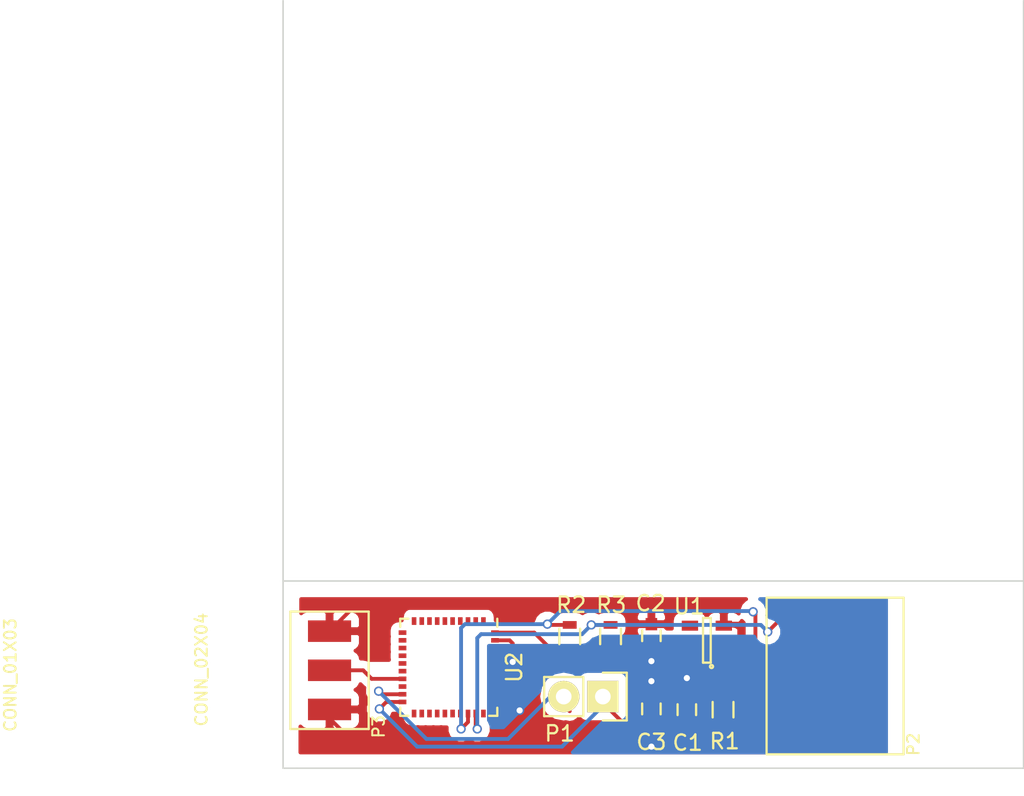
<source format=kicad_pcb>
(kicad_pcb (version 4) (host pcbnew 4.0.2-stable)

  (general
    (links 31)
    (no_connects 0)
    (area 124.134999 69.434999 172.285001 119.335001)
    (thickness 1.6)
    (drawings 7)
    (tracks 124)
    (zones 0)
    (modules 11)
    (nets 9)
  )

  (page A4)
  (layers
    (0 F.Cu signal)
    (31 B.Cu signal)
    (32 B.Adhes user)
    (33 F.Adhes user)
    (34 B.Paste user)
    (35 F.Paste user)
    (36 B.SilkS user)
    (37 F.SilkS user)
    (38 B.Mask user)
    (39 F.Mask user)
    (40 Dwgs.User user)
    (41 Cmts.User user)
    (42 Eco1.User user)
    (43 Eco2.User user)
    (44 Edge.Cuts user)
    (45 Margin user)
    (46 B.CrtYd user)
    (47 F.CrtYd user)
    (48 B.Fab user)
    (49 F.Fab user)
  )

  (setup
    (last_trace_width 0.25)
    (trace_clearance 0.2)
    (zone_clearance 0.508)
    (zone_45_only yes)
    (trace_min 0.2)
    (segment_width 0.2)
    (edge_width 0.1)
    (via_size 0.6)
    (via_drill 0.4)
    (via_min_size 0.4)
    (via_min_drill 0.3)
    (uvia_size 0.3)
    (uvia_drill 0.1)
    (uvias_allowed no)
    (uvia_min_size 0.2)
    (uvia_min_drill 0.1)
    (pcb_text_width 0.3)
    (pcb_text_size 1.5 1.5)
    (mod_edge_width 0.15)
    (mod_text_size 1 1)
    (mod_text_width 0.15)
    (pad_size 1.5 1.5)
    (pad_drill 0.6)
    (pad_to_mask_clearance 0)
    (aux_axis_origin 0 0)
    (grid_origin 124.185 119.285)
    (visible_elements 7FFFEFFF)
    (pcbplotparams
      (layerselection 0x00030_80000001)
      (usegerberextensions false)
      (excludeedgelayer true)
      (linewidth 0.100000)
      (plotframeref false)
      (viasonmask false)
      (mode 1)
      (useauxorigin false)
      (hpglpennumber 1)
      (hpglpenspeed 20)
      (hpglpendiameter 15)
      (hpglpenoverlay 2)
      (psnegative false)
      (psa4output false)
      (plotreference true)
      (plotvalue true)
      (plotinvisibletext false)
      (padsonsilk false)
      (subtractmaskfromsilk false)
      (outputformat 1)
      (mirror false)
      (drillshape 1)
      (scaleselection 1)
      (outputdirectory ""))
  )

  (net 0 "")
  (net 1 GND)
  (net 2 +5V)
  (net 3 +3V3)
  (net 4 /TEST)
  (net 5 /SDA)
  (net 6 /SCL)
  (net 7 /DO)
  (net 8 /RST)

  (net_class Default "Dies ist die voreingestellte Netzklasse."
    (clearance 0.2)
    (trace_width 0.25)
    (via_dia 0.6)
    (via_drill 0.4)
    (uvia_dia 0.3)
    (uvia_drill 0.1)
    (add_net +3V3)
    (add_net +5V)
    (add_net /DO)
    (add_net /RST)
    (add_net /SCL)
    (add_net /SDA)
    (add_net /TEST)
    (add_net GND)
  )

  (module Pin_Headers:Pin_Header_Straight_1x02 (layer F.Cu) (tedit 5784D353) (tstamp 57096A71)
    (at 144.935 114.635 270)
    (descr "Through hole pin header")
    (tags "pin header")
    (path /56F66097)
    (fp_text reference P1 (at 2.4 2.8 360) (layer F.SilkS)
      (effects (font (size 1 1) (thickness 0.15)))
    )
    (fp_text value CONN_01X02 (at -2.55 29.8 270) (layer F.Fab)
      (effects (font (size 1 1) (thickness 0.15)))
    )
    (fp_line (start 1.27 1.27) (end 1.27 3.81) (layer F.SilkS) (width 0.15))
    (fp_line (start 1.55 -1.55) (end 1.55 0) (layer F.SilkS) (width 0.15))
    (fp_line (start -1.75 -1.75) (end -1.75 4.3) (layer F.CrtYd) (width 0.05))
    (fp_line (start 1.75 -1.75) (end 1.75 4.3) (layer F.CrtYd) (width 0.05))
    (fp_line (start -1.75 -1.75) (end 1.75 -1.75) (layer F.CrtYd) (width 0.05))
    (fp_line (start -1.75 4.3) (end 1.75 4.3) (layer F.CrtYd) (width 0.05))
    (fp_line (start 1.27 1.27) (end -1.27 1.27) (layer F.SilkS) (width 0.15))
    (fp_line (start -1.55 0) (end -1.55 -1.55) (layer F.SilkS) (width 0.15))
    (fp_line (start -1.55 -1.55) (end 1.55 -1.55) (layer F.SilkS) (width 0.15))
    (fp_line (start -1.27 1.27) (end -1.27 3.81) (layer F.SilkS) (width 0.15))
    (fp_line (start -1.27 3.81) (end 1.27 3.81) (layer F.SilkS) (width 0.15))
    (pad 1 thru_hole rect (at 0 0 270) (size 2.032 2.032) (drill 1.016) (layers *.Cu *.Mask F.SilkS)
      (net 8 /RST))
    (pad 2 thru_hole oval (at 0 2.54 270) (size 2.032 2.032) (drill 1.016) (layers *.Cu *.Mask F.SilkS)
      (net 4 /TEST))
    (model Pin_Headers.3dshapes/Pin_Header_Straight_1x02.wrl
      (at (xyz 0 -0.05 0))
      (scale (xyz 1 1 1))
      (rotate (xyz 0 0 90))
    )
  )

  (module Pin_Headers:PINHEAD1-8_SMD (layer F.Cu) (tedit 571F7792) (tstamp 57096A81)
    (at 158.1 113.3 270)
    (path /56FF8E13)
    (fp_text reference P2 (at 4.435 -6.985 270) (layer F.SilkS)
      (effects (font (size 0.762 0.762) (thickness 0.127)))
    )
    (fp_text value CONN_02X04 (at -0.415 39.215 270) (layer F.SilkS)
      (effects (font (size 0.762 0.762) (thickness 0.127)))
    )
    (fp_line (start -5.08 -6.35) (end 5.08 -6.35) (layer F.SilkS) (width 0.15))
    (fp_line (start 5.08 -6.35) (end 5.08 2.54) (layer F.SilkS) (width 0.15))
    (fp_line (start 5.08 2.54) (end -5.08 2.54) (layer F.SilkS) (width 0.15))
    (fp_line (start -5.08 2.54) (end -5.08 -6.35) (layer F.SilkS) (width 0.15))
    (pad 8 smd rect (at 3.81 -3.81 270) (size 1.397 2.79908) (layers F.Cu F.Paste F.Mask)
      (net 1 GND))
    (pad 7 smd rect (at 3.81 0 270) (size 1.397 2.79908) (layers F.Cu F.Paste F.Mask)
      (net 1 GND))
    (pad 6 smd rect (at 1.27 -3.81 270) (size 1.397 2.79908) (layers F.Cu F.Paste F.Mask)
      (net 2 +5V))
    (pad 5 smd rect (at 1.27 0 270) (size 1.397 2.79908) (layers F.Cu F.Paste F.Mask)
      (net 2 +5V))
    (pad 4 smd rect (at -1.27 -3.81 270) (size 1.397 2.79908) (layers F.Cu F.Paste F.Mask)
      (net 5 /SDA))
    (pad 1 smd rect (at -3.81 0 270) (size 1.397 2.79908) (layers F.Cu F.Paste F.Mask)
      (net 6 /SCL))
    (pad 2 smd rect (at -3.81 -3.81 270) (size 1.397 2.79908) (layers F.Cu F.Paste F.Mask)
      (net 6 /SCL))
    (pad 3 smd rect (at -1.27 0 270) (size 1.39954 2.79908) (layers F.Cu F.Paste F.Mask)
      (net 5 /SDA))
  )

  (module TO_SOT_Packages_SMD:SOT-23-5 (layer F.Cu) (tedit 5784D3AA) (tstamp 57096AC9)
    (at 151.685 110.985 180)
    (descr "5-pin SOT23 package")
    (tags SOT-23-5)
    (path /56F654BD)
    (attr smd)
    (fp_text reference U1 (at 1.15 2.2 180) (layer F.SilkS)
      (effects (font (size 1 1) (thickness 0.15)))
    )
    (fp_text value LD59015 (at 35.75 -1.55 180) (layer F.Fab)
      (effects (font (size 1 1) (thickness 0.15)))
    )
    (fp_line (start -1.8 -1.6) (end 1.8 -1.6) (layer F.CrtYd) (width 0.05))
    (fp_line (start 1.8 -1.6) (end 1.8 1.6) (layer F.CrtYd) (width 0.05))
    (fp_line (start 1.8 1.6) (end -1.8 1.6) (layer F.CrtYd) (width 0.05))
    (fp_line (start -1.8 1.6) (end -1.8 -1.6) (layer F.CrtYd) (width 0.05))
    (fp_circle (center -0.3 -1.7) (end -0.2 -1.7) (layer F.SilkS) (width 0.15))
    (fp_line (start 0.25 -1.45) (end -0.25 -1.45) (layer F.SilkS) (width 0.15))
    (fp_line (start 0.25 1.45) (end 0.25 -1.45) (layer F.SilkS) (width 0.15))
    (fp_line (start -0.25 1.45) (end 0.25 1.45) (layer F.SilkS) (width 0.15))
    (fp_line (start -0.25 -1.45) (end -0.25 1.45) (layer F.SilkS) (width 0.15))
    (pad 1 smd rect (at -1.1 -0.95 180) (size 1.06 0.65) (layers F.Cu F.Paste F.Mask)
      (net 2 +5V))
    (pad 2 smd rect (at -1.1 0 180) (size 1.06 0.65) (layers F.Cu F.Paste F.Mask)
      (net 1 GND))
    (pad 3 smd rect (at -1.1 0.95 180) (size 1.06 0.65) (layers F.Cu F.Paste F.Mask)
      (net 2 +5V))
    (pad 4 smd rect (at 1.1 0.95 180) (size 1.06 0.65) (layers F.Cu F.Paste F.Mask))
    (pad 5 smd rect (at 1.1 -0.95 180) (size 1.06 0.65) (layers F.Cu F.Paste F.Mask)
      (net 3 +3V3))
    (model TO_SOT_Packages_SMD.3dshapes/SOT-23-5.wrl
      (at (xyz 0 0 0))
      (scale (xyz 1 1 1))
      (rotate (xyz 0 0 0))
    )
  )

  (module Pin_Headers:PINHEAD1-3_SMD (layer F.Cu) (tedit 571F7765) (tstamp 57096A93)
    (at 127.2 114.2 270)
    (path /56F656FC)
    (fp_text reference P3 (at 2.385 -3.185 270) (layer F.SilkS)
      (effects (font (size 0.762 0.762) (thickness 0.127)))
    )
    (fp_text value CONN_01X03 (at -0.965 20.715 270) (layer F.SilkS)
      (effects (font (size 0.762 0.762) (thickness 0.127)))
    )
    (fp_line (start -5.08 -2.54) (end -5.08 2.54) (layer F.SilkS) (width 0.15))
    (fp_line (start -5.08 2.54) (end 2.54 2.54) (layer F.SilkS) (width 0.15))
    (fp_line (start 2.54 2.54) (end 2.54 -2.54) (layer F.SilkS) (width 0.15))
    (fp_line (start 2.54 -2.54) (end -5.08 -2.54) (layer F.SilkS) (width 0.15))
    (pad 1 smd rect (at -3.81 0 270) (size 1.397 2.79908) (layers F.Cu F.Paste F.Mask)
      (net 2 +5V))
    (pad 2 smd rect (at -1.27 0 270) (size 1.397 2.79908) (layers F.Cu F.Paste F.Mask)
      (net 7 /DO))
    (pad 3 smd rect (at 1.27 0 270) (size 1.39954 2.79908) (layers F.Cu F.Paste F.Mask)
      (net 1 GND))
  )

  (module Housings_DFN_QFN:QFN-40-1EP_6x6mm_Pitch0.5mm (layer F.Cu) (tedit 5784D330) (tstamp 5784CB64)
    (at 134.935 112.735 270)
    (descr "40-Lead Plastic Quad Flat, No Lead Package (ML) - 6x6x0.9mm Body [QFN]; (see Microchip Packaging Specification 00000049BS.pdf)")
    (tags "QFN 0.5")
    (path /5784CEA6)
    (attr smd)
    (fp_text reference U2 (at 0 -4.25 270) (layer F.SilkS)
      (effects (font (size 1 1) (thickness 0.15)))
    )
    (fp_text value MSP430F5739 (at -0.6 24.55 270) (layer F.Fab)
      (effects (font (size 1 1) (thickness 0.15)))
    )
    (fp_line (start -3.5 -3.5) (end -3.5 3.5) (layer F.CrtYd) (width 0.05))
    (fp_line (start 3.5 -3.5) (end 3.5 3.5) (layer F.CrtYd) (width 0.05))
    (fp_line (start -3.5 -3.5) (end 3.5 -3.5) (layer F.CrtYd) (width 0.05))
    (fp_line (start -3.5 3.5) (end 3.5 3.5) (layer F.CrtYd) (width 0.05))
    (fp_line (start 3.15 -3.15) (end 3.15 -2.625) (layer F.SilkS) (width 0.15))
    (fp_line (start -3.15 3.15) (end -3.15 2.625) (layer F.SilkS) (width 0.15))
    (fp_line (start 3.15 3.15) (end 3.15 2.625) (layer F.SilkS) (width 0.15))
    (fp_line (start -3.15 -3.15) (end -2.625 -3.15) (layer F.SilkS) (width 0.15))
    (fp_line (start -3.15 3.15) (end -2.625 3.15) (layer F.SilkS) (width 0.15))
    (fp_line (start 3.15 3.15) (end 2.625 3.15) (layer F.SilkS) (width 0.15))
    (fp_line (start 3.15 -3.15) (end 2.625 -3.15) (layer F.SilkS) (width 0.15))
    (pad 1 smd rect (at -3 -2.25 270) (size 0.5 0.3) (layers F.Cu F.Paste F.Mask))
    (pad 2 smd rect (at -3 -1.75 270) (size 0.5 0.3) (layers F.Cu F.Paste F.Mask))
    (pad 3 smd rect (at -3 -1.25 270) (size 0.5 0.3) (layers F.Cu F.Paste F.Mask))
    (pad 4 smd rect (at -3 -0.75 270) (size 0.5 0.3) (layers F.Cu F.Paste F.Mask))
    (pad 5 smd rect (at -3 -0.25 270) (size 0.5 0.3) (layers F.Cu F.Paste F.Mask))
    (pad 6 smd rect (at -3 0.25 270) (size 0.5 0.3) (layers F.Cu F.Paste F.Mask))
    (pad 7 smd rect (at -3 0.75 270) (size 0.5 0.3) (layers F.Cu F.Paste F.Mask))
    (pad 8 smd rect (at -3 1.25 270) (size 0.5 0.3) (layers F.Cu F.Paste F.Mask))
    (pad 9 smd rect (at -3 1.75 270) (size 0.5 0.3) (layers F.Cu F.Paste F.Mask))
    (pad 10 smd rect (at -3 2.25 270) (size 0.5 0.3) (layers F.Cu F.Paste F.Mask))
    (pad 11 smd rect (at -2.25 3) (size 0.5 0.3) (layers F.Cu F.Paste F.Mask))
    (pad 12 smd rect (at -1.75 3) (size 0.5 0.3) (layers F.Cu F.Paste F.Mask))
    (pad 13 smd rect (at -1.25 3) (size 0.5 0.3) (layers F.Cu F.Paste F.Mask))
    (pad 14 smd rect (at -0.75 3) (size 0.5 0.3) (layers F.Cu F.Paste F.Mask))
    (pad 15 smd rect (at -0.25 3) (size 0.5 0.3) (layers F.Cu F.Paste F.Mask))
    (pad 16 smd rect (at 0.25 3) (size 0.5 0.3) (layers F.Cu F.Paste F.Mask))
    (pad 17 smd rect (at 0.75 3) (size 0.5 0.3) (layers F.Cu F.Paste F.Mask)
      (net 7 /DO))
    (pad 18 smd rect (at 1.25 3) (size 0.5 0.3) (layers F.Cu F.Paste F.Mask))
    (pad 19 smd rect (at 1.75 3) (size 0.5 0.3) (layers F.Cu F.Paste F.Mask)
      (net 4 /TEST))
    (pad 20 smd rect (at 2.25 3) (size 0.5 0.3) (layers F.Cu F.Paste F.Mask)
      (net 8 /RST))
    (pad 21 smd rect (at 3 2.25 270) (size 0.5 0.3) (layers F.Cu F.Paste F.Mask))
    (pad 22 smd rect (at 3 1.75 270) (size 0.5 0.3) (layers F.Cu F.Paste F.Mask))
    (pad 23 smd rect (at 3 1.25 270) (size 0.5 0.3) (layers F.Cu F.Paste F.Mask))
    (pad 24 smd rect (at 3 0.75 270) (size 0.5 0.3) (layers F.Cu F.Paste F.Mask))
    (pad 25 smd rect (at 3 0.25 270) (size 0.5 0.3) (layers F.Cu F.Paste F.Mask))
    (pad 26 smd rect (at 3 -0.25 270) (size 0.5 0.3) (layers F.Cu F.Paste F.Mask))
    (pad 27 smd rect (at 3 -0.75 270) (size 0.5 0.3) (layers F.Cu F.Paste F.Mask))
    (pad 28 smd rect (at 3 -1.25 270) (size 0.5 0.3) (layers F.Cu F.Paste F.Mask)
      (net 5 /SDA))
    (pad 29 smd rect (at 3 -1.75 270) (size 0.5 0.3) (layers F.Cu F.Paste F.Mask)
      (net 6 /SCL))
    (pad 30 smd rect (at 3 -2.25 270) (size 0.5 0.3) (layers F.Cu F.Paste F.Mask))
    (pad 31 smd rect (at 2.25 -3) (size 0.5 0.3) (layers F.Cu F.Paste F.Mask)
      (net 1 GND))
    (pad 32 smd rect (at 1.75 -3) (size 0.5 0.3) (layers F.Cu F.Paste F.Mask)
      (net 3 +3V3))
    (pad 33 smd rect (at 1.25 -3) (size 0.5 0.3) (layers F.Cu F.Paste F.Mask))
    (pad 34 smd rect (at 0.75 -3) (size 0.5 0.3) (layers F.Cu F.Paste F.Mask))
    (pad 35 smd rect (at 0.25 -3) (size 0.5 0.3) (layers F.Cu F.Paste F.Mask))
    (pad 36 smd rect (at -0.25 -3) (size 0.5 0.3) (layers F.Cu F.Paste F.Mask)
      (net 1 GND))
    (pad 37 smd rect (at -0.75 -3) (size 0.5 0.3) (layers F.Cu F.Paste F.Mask))
    (pad 38 smd rect (at -1.25 -3) (size 0.5 0.3) (layers F.Cu F.Paste F.Mask))
    (pad 39 smd rect (at -1.75 -3) (size 0.5 0.3) (layers F.Cu F.Paste F.Mask)
      (net 1 GND))
    (pad 40 smd rect (at -2.25 -3) (size 0.5 0.3) (layers F.Cu F.Paste F.Mask)
      (net 3 +3V3))
    (model Housings_DFN_QFN.3dshapes/QFN-40-1EP_6x6mm_Pitch0.5mm.wrl
      (at (xyz 0 0 0))
      (scale (xyz 1 1 1))
      (rotate (xyz 0 0 0))
    )
  )

  (module Resistors_SMD:R_0603 (layer F.Cu) (tedit 5784D3A3) (tstamp 57096A9F)
    (at 152.735 115.485 270)
    (descr "Resistor SMD 0603, reflow soldering, Vishay (see dcrcw.pdf)")
    (tags "resistor 0603")
    (path /56F6625D)
    (attr smd)
    (fp_text reference R1 (at 2.05 -0.1 360) (layer F.SilkS)
      (effects (font (size 1 1) (thickness 0.15)))
    )
    (fp_text value 47k (at 0.1 35.55 270) (layer F.Fab)
      (effects (font (size 1 1) (thickness 0.15)))
    )
    (fp_line (start -1.3 -0.8) (end 1.3 -0.8) (layer F.CrtYd) (width 0.05))
    (fp_line (start -1.3 0.8) (end 1.3 0.8) (layer F.CrtYd) (width 0.05))
    (fp_line (start -1.3 -0.8) (end -1.3 0.8) (layer F.CrtYd) (width 0.05))
    (fp_line (start 1.3 -0.8) (end 1.3 0.8) (layer F.CrtYd) (width 0.05))
    (fp_line (start 0.5 0.675) (end -0.5 0.675) (layer F.SilkS) (width 0.15))
    (fp_line (start -0.5 -0.675) (end 0.5 -0.675) (layer F.SilkS) (width 0.15))
    (pad 1 smd rect (at -0.75 0 270) (size 0.5 0.9) (layers F.Cu F.Paste F.Mask)
      (net 3 +3V3))
    (pad 2 smd rect (at 0.75 0 270) (size 0.5 0.9) (layers F.Cu F.Paste F.Mask)
      (net 8 /RST))
    (model Resistors_SMD.3dshapes/R_0603.wrl
      (at (xyz 0 0 0))
      (scale (xyz 1 1 1))
      (rotate (xyz 0 0 0))
    )
  )

  (module Resistors_SMD:R_0603 (layer F.Cu) (tedit 5784D375) (tstamp 57096AB7)
    (at 145.435 110.735 90)
    (descr "Resistor SMD 0603, reflow soldering, Vishay (see dcrcw.pdf)")
    (tags "resistor 0603")
    (path /56F67BD2)
    (attr smd)
    (fp_text reference R3 (at 2.05 0.05 180) (layer F.SilkS)
      (effects (font (size 1 1) (thickness 0.15)))
    )
    (fp_text value 10k (at 3.95 -27.95 90) (layer F.Fab)
      (effects (font (size 1 1) (thickness 0.15)))
    )
    (fp_line (start -1.3 -0.8) (end 1.3 -0.8) (layer F.CrtYd) (width 0.05))
    (fp_line (start -1.3 0.8) (end 1.3 0.8) (layer F.CrtYd) (width 0.05))
    (fp_line (start -1.3 -0.8) (end -1.3 0.8) (layer F.CrtYd) (width 0.05))
    (fp_line (start 1.3 -0.8) (end 1.3 0.8) (layer F.CrtYd) (width 0.05))
    (fp_line (start 0.5 0.675) (end -0.5 0.675) (layer F.SilkS) (width 0.15))
    (fp_line (start -0.5 -0.675) (end 0.5 -0.675) (layer F.SilkS) (width 0.15))
    (pad 1 smd rect (at -0.75 0 90) (size 0.5 0.9) (layers F.Cu F.Paste F.Mask)
      (net 3 +3V3))
    (pad 2 smd rect (at 0.75 0 90) (size 0.5 0.9) (layers F.Cu F.Paste F.Mask)
      (net 6 /SCL))
    (model Resistors_SMD.3dshapes/R_0603.wrl
      (at (xyz 0 0 0))
      (scale (xyz 1 1 1))
      (rotate (xyz 0 0 0))
    )
  )

  (module Resistors_SMD:R_0603 (layer F.Cu) (tedit 5784D388) (tstamp 57096AAB)
    (at 142.785 110.735 90)
    (descr "Resistor SMD 0603, reflow soldering, Vishay (see dcrcw.pdf)")
    (tags "resistor 0603")
    (path /56F6739F)
    (attr smd)
    (fp_text reference R2 (at 2.05 0.1 360) (layer F.SilkS)
      (effects (font (size 1 1) (thickness 0.15)))
    )
    (fp_text value 10k (at 0.15 -25.3 90) (layer F.Fab)
      (effects (font (size 1 1) (thickness 0.15)))
    )
    (fp_line (start -1.3 -0.8) (end 1.3 -0.8) (layer F.CrtYd) (width 0.05))
    (fp_line (start -1.3 0.8) (end 1.3 0.8) (layer F.CrtYd) (width 0.05))
    (fp_line (start -1.3 -0.8) (end -1.3 0.8) (layer F.CrtYd) (width 0.05))
    (fp_line (start 1.3 -0.8) (end 1.3 0.8) (layer F.CrtYd) (width 0.05))
    (fp_line (start 0.5 0.675) (end -0.5 0.675) (layer F.SilkS) (width 0.15))
    (fp_line (start -0.5 -0.675) (end 0.5 -0.675) (layer F.SilkS) (width 0.15))
    (pad 1 smd rect (at -0.75 0 90) (size 0.5 0.9) (layers F.Cu F.Paste F.Mask)
      (net 3 +3V3))
    (pad 2 smd rect (at 0.75 0 90) (size 0.5 0.9) (layers F.Cu F.Paste F.Mask)
      (net 5 /SDA))
    (model Resistors_SMD.3dshapes/R_0603.wrl
      (at (xyz 0 0 0))
      (scale (xyz 1 1 1))
      (rotate (xyz 0 0 0))
    )
  )

  (module Capacitors_SMD:C_0603 (layer F.Cu) (tedit 5784D36D) (tstamp 57096A54)
    (at 148.085 110.685 270)
    (descr "Capacitor SMD 0603, reflow soldering, AVX (see smccp.pdf)")
    (tags "capacitor 0603")
    (path /56F683BA)
    (attr smd)
    (fp_text reference C2 (at -2.1 0.05 540) (layer F.SilkS)
      (effects (font (size 1 1) (thickness 0.15)))
    )
    (fp_text value 1u (at -2.85 29.1 270) (layer F.Fab)
      (effects (font (size 1 1) (thickness 0.15)))
    )
    (fp_line (start -1.45 -0.75) (end 1.45 -0.75) (layer F.CrtYd) (width 0.05))
    (fp_line (start -1.45 0.75) (end 1.45 0.75) (layer F.CrtYd) (width 0.05))
    (fp_line (start -1.45 -0.75) (end -1.45 0.75) (layer F.CrtYd) (width 0.05))
    (fp_line (start 1.45 -0.75) (end 1.45 0.75) (layer F.CrtYd) (width 0.05))
    (fp_line (start -0.35 -0.6) (end 0.35 -0.6) (layer F.SilkS) (width 0.15))
    (fp_line (start 0.35 0.6) (end -0.35 0.6) (layer F.SilkS) (width 0.15))
    (pad 1 smd rect (at -0.75 0 270) (size 0.8 0.75) (layers F.Cu F.Paste F.Mask)
      (net 2 +5V))
    (pad 2 smd rect (at 0.75 0 270) (size 0.8 0.75) (layers F.Cu F.Paste F.Mask)
      (net 1 GND))
    (model Capacitors_SMD.3dshapes/C_0603.wrl
      (at (xyz 0 0 0))
      (scale (xyz 1 1 1))
      (rotate (xyz 0 0 0))
    )
  )

  (module Capacitors_SMD:C_0603 (layer F.Cu) (tedit 5784D396) (tstamp 57096A60)
    (at 148.085 115.435 90)
    (descr "Capacitor SMD 0603, reflow soldering, AVX (see smccp.pdf)")
    (tags "capacitor 0603")
    (path /56F68421)
    (attr smd)
    (fp_text reference C3 (at -2.15 0 180) (layer F.SilkS)
      (effects (font (size 1 1) (thickness 0.15)))
    )
    (fp_text value 1u (at -2.05 -30.3 90) (layer F.Fab)
      (effects (font (size 1 1) (thickness 0.15)))
    )
    (fp_line (start -1.45 -0.75) (end 1.45 -0.75) (layer F.CrtYd) (width 0.05))
    (fp_line (start -1.45 0.75) (end 1.45 0.75) (layer F.CrtYd) (width 0.05))
    (fp_line (start -1.45 -0.75) (end -1.45 0.75) (layer F.CrtYd) (width 0.05))
    (fp_line (start 1.45 -0.75) (end 1.45 0.75) (layer F.CrtYd) (width 0.05))
    (fp_line (start -0.35 -0.6) (end 0.35 -0.6) (layer F.SilkS) (width 0.15))
    (fp_line (start 0.35 0.6) (end -0.35 0.6) (layer F.SilkS) (width 0.15))
    (pad 1 smd rect (at -0.75 0 90) (size 0.8 0.75) (layers F.Cu F.Paste F.Mask)
      (net 3 +3V3))
    (pad 2 smd rect (at 0.75 0 90) (size 0.8 0.75) (layers F.Cu F.Paste F.Mask)
      (net 1 GND))
    (model Capacitors_SMD.3dshapes/C_0603.wrl
      (at (xyz 0 0 0))
      (scale (xyz 1 1 1))
      (rotate (xyz 0 0 0))
    )
  )

  (module Capacitors_SMD:C_0603 (layer F.Cu) (tedit 5784D39D) (tstamp 57096A48)
    (at 150.385 115.485 90)
    (descr "Capacitor SMD 0603, reflow soldering, AVX (see smccp.pdf)")
    (tags "capacitor 0603")
    (path /56F66378)
    (attr smd)
    (fp_text reference C1 (at -2.15 0.05 180) (layer F.SilkS)
      (effects (font (size 1 1) (thickness 0.15)))
    )
    (fp_text value 1n (at -4.55 -33.55 90) (layer F.Fab)
      (effects (font (size 1 1) (thickness 0.15)))
    )
    (fp_line (start -1.45 -0.75) (end 1.45 -0.75) (layer F.CrtYd) (width 0.05))
    (fp_line (start -1.45 0.75) (end 1.45 0.75) (layer F.CrtYd) (width 0.05))
    (fp_line (start -1.45 -0.75) (end -1.45 0.75) (layer F.CrtYd) (width 0.05))
    (fp_line (start 1.45 -0.75) (end 1.45 0.75) (layer F.CrtYd) (width 0.05))
    (fp_line (start -0.35 -0.6) (end 0.35 -0.6) (layer F.SilkS) (width 0.15))
    (fp_line (start 0.35 0.6) (end -0.35 0.6) (layer F.SilkS) (width 0.15))
    (pad 1 smd rect (at -0.75 0 90) (size 0.8 0.75) (layers F.Cu F.Paste F.Mask)
      (net 8 /RST))
    (pad 2 smd rect (at 0.75 0 90) (size 0.8 0.75) (layers F.Cu F.Paste F.Mask)
      (net 1 GND))
    (model Capacitors_SMD.3dshapes/C_0603.wrl
      (at (xyz 0 0 0))
      (scale (xyz 1 1 1))
      (rotate (xyz 0 0 0))
    )
  )

  (gr_line (start 172.235 119.285) (end 169.085 119.285) (angle 90) (layer Edge.Cuts) (width 0.1))
  (gr_line (start 172.235 69.485) (end 172.235 119.285) (angle 90) (layer Edge.Cuts) (width 0.1))
  (gr_line (start 124.185 107.135) (end 172.235 107.135) (angle 90) (layer Edge.Cuts) (width 0.1))
  (gr_line (start 124.185 119.285) (end 124.185 69.485) (angle 90) (layer Edge.Cuts) (width 0.1))
  (gr_line (start 125.085 119.285) (end 124.185 119.285) (angle 90) (layer Edge.Cuts) (width 0.1))
  (gr_line (start 125.085 119.285) (end 125.135 119.285) (angle 90) (layer Edge.Cuts) (width 0.1))
  (gr_line (start 125.085 119.285) (end 169.085 119.285) (angle 90) (layer Edge.Cuts) (width 0.1))

  (segment (start 137.935 112.485) (end 138.985 112.485) (width 0.25) (layer F.Cu) (net 1))
  (segment (start 138.985 112.485) (end 139.085 112.385) (width 0.25) (layer F.Cu) (net 1) (tstamp 5784D1B6))
  (via (at 139.085 112.385) (size 0.6) (drill 0.4) (layers F.Cu B.Cu) (net 1))
  (segment (start 139.085 112.385) (end 139.535 112.835) (width 0.25) (layer B.Cu) (net 1) (tstamp 5784D1BA))
  (segment (start 139.535 112.835) (end 139.535 115.535) (width 0.25) (layer B.Cu) (net 1) (tstamp 5784D1BB))
  (via (at 139.535 115.535) (size 0.6) (drill 0.4) (layers F.Cu B.Cu) (net 1))
  (segment (start 139.535 115.535) (end 139.535 115.585) (width 0.25) (layer F.Cu) (net 1) (tstamp 5784D1C4))
  (segment (start 137.935 110.985) (end 138.885 110.985) (width 0.25) (layer F.Cu) (net 1))
  (segment (start 139.085 112.385) (end 138.985 112.485) (width 0.25) (layer F.Cu) (net 1) (tstamp 5784D1B1))
  (segment (start 139.085 111.185) (end 139.085 112.385) (width 0.25) (layer F.Cu) (net 1) (tstamp 5784D1AF))
  (segment (start 138.885 110.985) (end 139.085 111.185) (width 0.25) (layer F.Cu) (net 1) (tstamp 5784D1AC))
  (segment (start 148.085 114.685) (end 148.085 113.635) (width 0.25) (layer F.Cu) (net 1))
  (via (at 148.085 113.635) (size 0.6) (drill 0.4) (layers F.Cu B.Cu) (net 1))
  (segment (start 150.385 114.735) (end 150.385 113.435) (width 0.25) (layer F.Cu) (net 1))
  (segment (start 149.285 112.335) (end 148.085 112.335) (width 0.25) (layer B.Cu) (net 1) (tstamp 5784D06D))
  (segment (start 150.385 113.435) (end 149.285 112.335) (width 0.25) (layer B.Cu) (net 1) (tstamp 5784D06C))
  (via (at 150.385 113.435) (size 0.6) (drill 0.4) (layers F.Cu B.Cu) (net 1))
  (segment (start 137.935 114.985) (end 138.935 114.985) (width 0.25) (layer F.Cu) (net 1))
  (segment (start 139.535 115.585) (end 139.535 117.885) (width 0.25) (layer F.Cu) (net 1) (tstamp 5784D041))
  (segment (start 138.935 114.985) (end 139.535 115.585) (width 0.25) (layer F.Cu) (net 1) (tstamp 5784D040))
  (via (at 148.085 112.335) (size 0.6) (drill 0.4) (layers F.Cu B.Cu) (net 1))
  (via (at 148.085 117.885) (size 0.6) (drill 0.4) (layers F.Cu B.Cu) (net 1))
  (segment (start 148.085 112.335) (end 148.085 113.635) (width 0.25) (layer B.Cu) (net 1) (tstamp 5784D039))
  (segment (start 148.085 113.635) (end 148.085 117.885) (width 0.25) (layer B.Cu) (net 1) (tstamp 5784D0C2))
  (segment (start 148.085 112.335) (end 148.085 111.435) (width 0.25) (layer F.Cu) (net 1) (tstamp 5784D036))
  (segment (start 152.785 110.985) (end 148.535 110.985) (width 0.25) (layer F.Cu) (net 1))
  (segment (start 148.535 110.985) (end 148.085 111.435) (width 0.25) (layer F.Cu) (net 1) (tstamp 5784D031))
  (segment (start 127.2 115.47) (end 127.2 116.05) (width 0.25) (layer F.Cu) (net 1))
  (segment (start 127.2 116.05) (end 129.035 117.885) (width 0.25) (layer F.Cu) (net 1) (tstamp 5784CFE4))
  (segment (start 129.035 117.885) (end 139.535 117.885) (width 0.25) (layer F.Cu) (net 1) (tstamp 5784CFE5))
  (segment (start 139.535 117.885) (end 148.085 117.885) (width 0.25) (layer F.Cu) (net 1) (tstamp 5784D044))
  (segment (start 148.085 117.885) (end 157.325 117.885) (width 0.25) (layer F.Cu) (net 1) (tstamp 5784D03E))
  (segment (start 157.325 117.885) (end 158.1 117.11) (width 0.25) (layer F.Cu) (net 1) (tstamp 5784CFE7))
  (segment (start 161.91 117.11) (end 158.1 117.11) (width 0.25) (layer F.Cu) (net 1))
  (segment (start 152.785 110.035) (end 153.685 110.035) (width 0.25) (layer F.Cu) (net 2))
  (segment (start 153.785 110.135) (end 153.785 112.435) (width 0.25) (layer F.Cu) (net 2) (tstamp 5784D0D2))
  (segment (start 153.685 110.035) (end 153.785 110.135) (width 0.25) (layer F.Cu) (net 2) (tstamp 5784D0D0))
  (segment (start 152.785 111.935) (end 153.285 111.935) (width 0.25) (layer F.Cu) (net 2))
  (segment (start 153.285 111.935) (end 153.785 112.435) (width 0.25) (layer F.Cu) (net 2) (tstamp 5784CFCE))
  (segment (start 153.785 112.435) (end 155.92 114.57) (width 0.25) (layer F.Cu) (net 2) (tstamp 5784D0D7))
  (segment (start 155.92 114.57) (end 158.1 114.57) (width 0.25) (layer F.Cu) (net 2) (tstamp 5784CFCF))
  (segment (start 148.085 109.935) (end 148.085 108.985) (width 0.25) (layer F.Cu) (net 2))
  (segment (start 152.785 110.035) (end 152.785 108.985) (width 0.25) (layer F.Cu) (net 2))
  (segment (start 128.705 108.885) (end 127.2 110.39) (width 0.25) (layer F.Cu) (net 2) (tstamp 5784CFC8))
  (segment (start 147.985 108.885) (end 128.705 108.885) (width 0.25) (layer F.Cu) (net 2) (tstamp 5784CFC7))
  (segment (start 148.085 108.985) (end 147.985 108.885) (width 0.25) (layer F.Cu) (net 2) (tstamp 5784CFC6))
  (segment (start 152.785 108.985) (end 148.085 108.985) (width 0.25) (layer F.Cu) (net 2) (tstamp 5784CFC5))
  (segment (start 161.91 114.57) (end 158.1 114.57) (width 0.25) (layer F.Cu) (net 2))
  (segment (start 127.2 110.39) (end 128.18 110.39) (width 0.25) (layer F.Cu) (net 2))
  (segment (start 145.435 111.485) (end 145.435 111.585) (width 0.25) (layer F.Cu) (net 3))
  (segment (start 145.435 111.585) (end 146.835 112.985) (width 0.25) (layer F.Cu) (net 3) (tstamp 5784D098))
  (segment (start 149.535 112.985) (end 150.585 111.935) (width 0.25) (layer F.Cu) (net 3) (tstamp 5784D09F))
  (segment (start 146.835 112.985) (end 149.535 112.985) (width 0.25) (layer F.Cu) (net 3) (tstamp 5784D09A))
  (segment (start 145.435 111.485) (end 145.535 111.485) (width 0.25) (layer F.Cu) (net 3))
  (segment (start 137.935 114.485) (end 139.085 114.485) (width 0.25) (layer F.Cu) (net 3))
  (segment (start 141.485 112.085) (end 141.485 111.485) (width 0.25) (layer F.Cu) (net 3) (tstamp 5784D047))
  (segment (start 139.085 114.485) (end 141.485 112.085) (width 0.25) (layer F.Cu) (net 3) (tstamp 5784D046))
  (segment (start 145.435 111.485) (end 142.785 111.485) (width 0.25) (layer F.Cu) (net 3))
  (segment (start 142.785 111.485) (end 141.485 111.485) (width 0.25) (layer F.Cu) (net 3))
  (segment (start 140.485 110.485) (end 137.935 110.485) (width 0.25) (layer F.Cu) (net 3) (tstamp 5784CFEB))
  (segment (start 141.485 111.485) (end 140.485 110.485) (width 0.25) (layer F.Cu) (net 3) (tstamp 5784CFEA))
  (segment (start 148.085 116.185) (end 148.735 116.185) (width 0.25) (layer F.Cu) (net 3))
  (segment (start 149.235 113.285) (end 150.585 111.935) (width 0.25) (layer F.Cu) (net 3) (tstamp 5784CFD8))
  (segment (start 149.235 115.685) (end 149.235 113.285) (width 0.25) (layer F.Cu) (net 3) (tstamp 5784CFD7))
  (segment (start 148.735 116.185) (end 149.235 115.685) (width 0.25) (layer F.Cu) (net 3) (tstamp 5784CFD6))
  (segment (start 152.735 114.735) (end 152.735 114.085) (width 0.25) (layer F.Cu) (net 3))
  (segment (start 152.735 114.085) (end 150.585 111.935) (width 0.25) (layer F.Cu) (net 3) (tstamp 5784CFD3))
  (segment (start 142.395 114.635) (end 141.535 114.635) (width 0.25) (layer B.Cu) (net 4))
  (segment (start 141.535 114.635) (end 138.785 117.385) (width 0.25) (layer B.Cu) (net 4) (tstamp 5784D15A))
  (segment (start 138.785 117.385) (end 133.485 117.385) (width 0.25) (layer B.Cu) (net 4) (tstamp 5784D15E))
  (segment (start 133.485 117.385) (end 130.385 114.285) (width 0.25) (layer B.Cu) (net 4) (tstamp 5784D166))
  (via (at 130.385 114.285) (size 0.6) (drill 0.4) (layers F.Cu B.Cu) (net 4))
  (segment (start 130.385 114.285) (end 130.585 114.485) (width 0.25) (layer F.Cu) (net 4) (tstamp 5784D174))
  (segment (start 130.585 114.485) (end 131.935 114.485) (width 0.25) (layer F.Cu) (net 4) (tstamp 5784D175))
  (segment (start 142.785 115.585) (end 142.385 115.185) (width 0.25) (layer F.Cu) (net 4) (tstamp 571202D9))
  (segment (start 136.185 115.735) (end 136.185 116.285) (width 0.25) (layer F.Cu) (net 5))
  (segment (start 135.985 109.935) (end 141.335 109.935) (width 0.25) (layer B.Cu) (net 5) (tstamp 5784D102))
  (segment (start 135.735 110.185) (end 135.985 109.935) (width 0.25) (layer B.Cu) (net 5) (tstamp 5784D0FE))
  (segment (start 135.735 116.735) (end 135.735 110.185) (width 0.25) (layer B.Cu) (net 5) (tstamp 5784D0FD))
  (via (at 135.735 116.735) (size 0.6) (drill 0.4) (layers F.Cu B.Cu) (net 5))
  (segment (start 136.185 116.285) (end 135.735 116.735) (width 0.25) (layer F.Cu) (net 5) (tstamp 5784D0F2))
  (segment (start 158.1 112.03) (end 154.88 112.03) (width 0.25) (layer F.Cu) (net 5))
  (segment (start 142.185 109.085) (end 141.335 109.935) (width 0.25) (layer B.Cu) (net 5) (tstamp 5784D027))
  (segment (start 154.635 109.085) (end 142.185 109.085) (width 0.25) (layer B.Cu) (net 5) (tstamp 5784D026))
  (segment (start 154.685 109.135) (end 154.635 109.085) (width 0.25) (layer B.Cu) (net 5) (tstamp 5784D025))
  (via (at 154.685 109.135) (size 0.6) (drill 0.4) (layers F.Cu B.Cu) (net 5))
  (segment (start 154.835 109.285) (end 154.685 109.135) (width 0.25) (layer F.Cu) (net 5) (tstamp 5784D022))
  (segment (start 154.835 111.985) (end 154.835 109.285) (width 0.25) (layer F.Cu) (net 5) (tstamp 5784D021))
  (segment (start 154.88 112.03) (end 154.835 111.985) (width 0.25) (layer F.Cu) (net 5) (tstamp 5784D020))
  (segment (start 141.385 109.985) (end 142.785 109.985) (width 0.25) (layer F.Cu) (net 5) (tstamp 5784D009))
  (via (at 141.335 109.935) (size 0.6) (drill 0.4) (layers F.Cu B.Cu) (net 5))
  (segment (start 141.335 109.935) (end 141.385 109.985) (width 0.25) (layer F.Cu) (net 5) (tstamp 5784D008))
  (segment (start 161.91 112.03) (end 158.1 112.03) (width 0.25) (layer F.Cu) (net 5))
  (segment (start 136.685 115.735) (end 136.685 116.635) (width 0.25) (layer F.Cu) (net 6))
  (segment (start 143.585 110.585) (end 144.185 109.985) (width 0.25) (layer B.Cu) (net 6) (tstamp 5784D128))
  (segment (start 137.035 110.585) (end 143.585 110.585) (width 0.25) (layer B.Cu) (net 6) (tstamp 5784D122))
  (segment (start 136.785 110.835) (end 137.035 110.585) (width 0.25) (layer B.Cu) (net 6) (tstamp 5784D119))
  (segment (start 136.785 116.735) (end 136.785 110.835) (width 0.25) (layer B.Cu) (net 6) (tstamp 5784D118))
  (via (at 136.785 116.735) (size 0.6) (drill 0.4) (layers F.Cu B.Cu) (net 6))
  (segment (start 136.685 116.635) (end 136.785 116.735) (width 0.25) (layer F.Cu) (net 6) (tstamp 5784D10E))
  (segment (start 158.1 109.49) (end 156.58 109.49) (width 0.25) (layer F.Cu) (net 6))
  (segment (start 155.185 109.985) (end 144.185 109.985) (width 0.25) (layer B.Cu) (net 6) (tstamp 5784D02E))
  (segment (start 155.635 110.435) (end 155.185 109.985) (width 0.25) (layer B.Cu) (net 6) (tstamp 5784D02D))
  (via (at 155.635 110.435) (size 0.6) (drill 0.4) (layers F.Cu B.Cu) (net 6))
  (segment (start 156.58 109.49) (end 155.635 110.435) (width 0.25) (layer F.Cu) (net 6) (tstamp 5784D02A))
  (segment (start 144.185 109.985) (end 145.435 109.985) (width 0.25) (layer F.Cu) (net 6) (tstamp 5784CFF8))
  (via (at 144.185 109.985) (size 0.6) (drill 0.4) (layers F.Cu B.Cu) (net 6))
  (segment (start 161.91 109.49) (end 158.1 109.49) (width 0.25) (layer F.Cu) (net 6))
  (segment (start 131.935 113.485) (end 129.935 113.485) (width 0.25) (layer F.Cu) (net 7))
  (segment (start 129.38 112.93) (end 127.2 112.93) (width 0.25) (layer F.Cu) (net 7) (tstamp 5784CFC2))
  (segment (start 129.935 113.485) (end 129.38 112.93) (width 0.25) (layer F.Cu) (net 7) (tstamp 5784CFC1))
  (segment (start 144.935 114.635) (end 144.935 115.235) (width 0.25) (layer B.Cu) (net 8))
  (segment (start 144.935 115.235) (end 142.285 117.885) (width 0.25) (layer B.Cu) (net 8) (tstamp 5784D17D))
  (segment (start 130.885 114.985) (end 131.935 114.985) (width 0.25) (layer F.Cu) (net 8) (tstamp 5784D1A2))
  (segment (start 130.435 115.435) (end 130.885 114.985) (width 0.25) (layer F.Cu) (net 8) (tstamp 5784D1A1))
  (via (at 130.435 115.435) (size 0.6) (drill 0.4) (layers F.Cu B.Cu) (net 8))
  (segment (start 132.885 117.885) (end 130.435 115.435) (width 0.25) (layer B.Cu) (net 8) (tstamp 5784D196))
  (segment (start 142.285 117.885) (end 132.885 117.885) (width 0.25) (layer B.Cu) (net 8) (tstamp 5784D17F))
  (segment (start 152.735 116.235) (end 150.385 116.235) (width 0.25) (layer F.Cu) (net 8))
  (segment (start 150.385 116.235) (end 150.385 116.735) (width 0.25) (layer F.Cu) (net 8))
  (segment (start 147.135 117.235) (end 144.935 115.035) (width 0.25) (layer F.Cu) (net 8) (tstamp 5784CFDE))
  (segment (start 149.885 117.235) (end 147.135 117.235) (width 0.25) (layer F.Cu) (net 8) (tstamp 5784CFDD))
  (segment (start 150.385 116.735) (end 149.885 117.235) (width 0.25) (layer F.Cu) (net 8) (tstamp 5784CFDC))
  (segment (start 144.935 115.035) (end 144.935 114.635) (width 0.25) (layer F.Cu) (net 8) (tstamp 5784CFDF))

  (zone (net 1) (net_name GND) (layer B.Cu) (tstamp 5784D202) (hatch edge 0.508)
    (connect_pads (clearance 0.508))
    (min_thickness 0.254)
    (fill yes (arc_segments 16) (thermal_gap 0.508) (thermal_bridge_width 0.508))
    (polygon
      (pts
        (xy 125.235 118.385) (xy 163.435 118.385) (xy 163.435 108.185) (xy 125.235 108.185) (xy 125.235 108.385)
      )
    )
    (filled_polygon
      (pts
        (xy 163.308 118.258) (xy 142.986802 118.258) (xy 144.946362 116.29844) (xy 145.951 116.29844) (xy 146.186317 116.254162)
        (xy 146.402441 116.11509) (xy 146.547431 115.90289) (xy 146.59844 115.651) (xy 146.59844 113.619) (xy 146.554162 113.383683)
        (xy 146.41509 113.167559) (xy 146.20289 113.022569) (xy 145.951 112.97156) (xy 143.919 112.97156) (xy 143.683683 113.015838)
        (xy 143.467559 113.15491) (xy 143.365802 113.303837) (xy 143.02681 113.07733) (xy 142.395 112.951655) (xy 141.76319 113.07733)
        (xy 141.227567 113.435222) (xy 140.869675 113.970845) (xy 140.806438 114.28876) (xy 138.470198 116.625) (xy 137.720097 116.625)
        (xy 137.720162 116.549833) (xy 137.578117 116.206057) (xy 137.545 116.172882) (xy 137.545 111.345) (xy 143.585 111.345)
        (xy 143.875839 111.287148) (xy 144.122401 111.122401) (xy 144.32468 110.920122) (xy 144.370167 110.920162) (xy 144.713943 110.778117)
        (xy 144.747118 110.745) (xy 154.751418 110.745) (xy 154.841883 110.963943) (xy 155.104673 111.227192) (xy 155.448201 111.369838)
        (xy 155.820167 111.370162) (xy 156.163943 111.228117) (xy 156.427192 110.965327) (xy 156.569838 110.621799) (xy 156.570162 110.249833)
        (xy 156.428117 109.906057) (xy 156.165327 109.642808) (xy 155.821799 109.500162) (xy 155.774923 109.500121) (xy 155.722401 109.447599)
        (xy 155.601222 109.36663) (xy 155.619838 109.321799) (xy 155.620162 108.949833) (xy 155.478117 108.606057) (xy 155.215327 108.342808)
        (xy 155.141133 108.312) (xy 163.308 108.312)
      )
    )
  )
  (zone (net 1) (net_name GND) (layer F.Cu) (tstamp 5784D239) (hatch edge 0.508)
    (connect_pads (clearance 0.508))
    (min_thickness 0.254)
    (fill yes (arc_segments 16) (thermal_gap 0.508) (thermal_bridge_width 0.508))
    (polygon
      (pts
        (xy 154.385 116.035) (xy 163.435 116.035) (xy 163.435 118.385) (xy 125.185 118.385) (xy 125.185 113.135)
        (xy 151.485 113.135) (xy 154.385 116.035)
      )
    )
    (filled_polygon
      (pts
        (xy 141.227567 113.435222) (xy 140.869675 113.970845) (xy 140.744 114.602655) (xy 140.744 114.667345) (xy 140.869675 115.299155)
        (xy 141.227567 115.834778) (xy 141.76319 116.19267) (xy 142.395 116.318345) (xy 142.522999 116.292884) (xy 142.785 116.344999)
        (xy 143.075839 116.287148) (xy 143.322401 116.122401) (xy 143.396446 116.011585) (xy 143.45491 116.102441) (xy 143.66711 116.247431)
        (xy 143.919 116.29844) (xy 145.123638 116.29844) (xy 146.597599 117.772401) (xy 146.844161 117.937148) (xy 147.135 117.995)
        (xy 149.885 117.995) (xy 150.175839 117.937148) (xy 150.422401 117.772401) (xy 150.922401 117.272401) (xy 150.938083 117.248931)
        (xy 150.995317 117.238162) (xy 151.211441 117.09909) (xy 151.282563 116.995) (xy 151.906614 116.995) (xy 152.03311 117.081431)
        (xy 152.285 117.13244) (xy 153.185 117.13244) (xy 153.420317 117.088162) (xy 153.636441 116.94909) (xy 153.781431 116.73689)
        (xy 153.83244 116.485) (xy 153.83244 115.985) (xy 153.788162 115.749683) (xy 153.64909 115.533559) (xy 153.579289 115.485866)
        (xy 153.626123 115.455729) (xy 154.295197 116.124803) (xy 154.337211 116.152666) (xy 154.385 116.162) (xy 156.116487 116.162)
        (xy 156.06546 116.285191) (xy 156.06546 116.82425) (xy 156.22421 116.983) (xy 157.973 116.983) (xy 157.973 116.963)
        (xy 158.227 116.963) (xy 158.227 116.983) (xy 159.97579 116.983) (xy 160.005 116.95379) (xy 160.03421 116.983)
        (xy 161.783 116.983) (xy 161.783 116.963) (xy 162.037 116.963) (xy 162.037 116.983) (xy 162.057 116.983)
        (xy 162.057 117.237) (xy 162.037 117.237) (xy 162.037 117.257) (xy 161.783 117.257) (xy 161.783 117.237)
        (xy 160.03421 117.237) (xy 160.005 117.26621) (xy 159.97579 117.237) (xy 158.227 117.237) (xy 158.227 117.257)
        (xy 157.973 117.257) (xy 157.973 117.237) (xy 156.22421 117.237) (xy 156.06546 117.39575) (xy 156.06546 117.934809)
        (xy 156.162133 118.168198) (xy 156.251934 118.258) (xy 125.312 118.258) (xy 125.312 116.579335) (xy 125.440761 116.708097)
        (xy 125.67415 116.80477) (xy 126.91425 116.80477) (xy 127.073 116.64602) (xy 127.073 115.597) (xy 127.327 115.597)
        (xy 127.327 116.64602) (xy 127.48575 116.80477) (xy 128.72585 116.80477) (xy 128.959239 116.708097) (xy 129.137867 116.529468)
        (xy 129.23454 116.296079) (xy 129.23454 115.75575) (xy 129.07579 115.597) (xy 127.327 115.597) (xy 127.073 115.597)
        (xy 127.053 115.597) (xy 127.053 115.343) (xy 127.073 115.343) (xy 127.073 115.323) (xy 127.327 115.323)
        (xy 127.327 115.343) (xy 129.07579 115.343) (xy 129.23454 115.18425) (xy 129.23454 114.643921) (xy 129.137867 114.410532)
        (xy 128.959239 114.231903) (xy 128.88334 114.200464) (xy 129.050981 114.09259) (xy 129.195971 113.88039) (xy 129.206011 113.830813)
        (xy 129.397599 114.022401) (xy 129.463385 114.066357) (xy 129.450162 114.098201) (xy 129.449838 114.470167) (xy 129.591883 114.813943)
        (xy 129.662666 114.88485) (xy 129.642808 114.904673) (xy 129.500162 115.248201) (xy 129.499838 115.620167) (xy 129.641883 115.963943)
        (xy 129.904673 116.227192) (xy 130.248201 116.369838) (xy 130.620167 116.370162) (xy 130.963943 116.228117) (xy 131.227192 115.965327)
        (xy 131.31868 115.745) (xy 131.500116 115.745) (xy 131.685 115.78244) (xy 131.88756 115.78244) (xy 131.88756 115.985)
        (xy 131.931838 116.220317) (xy 132.07091 116.436441) (xy 132.28311 116.581431) (xy 132.535 116.63244) (xy 132.835 116.63244)
        (xy 132.938671 116.612933) (xy 133.035 116.63244) (xy 133.335 116.63244) (xy 133.438671 116.612933) (xy 133.535 116.63244)
        (xy 133.835 116.63244) (xy 133.938671 116.612933) (xy 134.035 116.63244) (xy 134.335 116.63244) (xy 134.438671 116.612933)
        (xy 134.535 116.63244) (xy 134.800089 116.63244) (xy 134.799838 116.920167) (xy 134.941883 117.263943) (xy 135.204673 117.527192)
        (xy 135.548201 117.669838) (xy 135.920167 117.670162) (xy 136.260413 117.529576) (xy 136.598201 117.669838) (xy 136.970167 117.670162)
        (xy 137.313943 117.528117) (xy 137.577192 117.265327) (xy 137.719838 116.921799) (xy 137.720162 116.549833) (xy 137.7012 116.503941)
        (xy 137.786441 116.44909) (xy 137.931431 116.23689) (xy 137.98244 115.985) (xy 137.98244 115.77) (xy 138.062002 115.77)
        (xy 138.062002 115.613252) (xy 138.21875 115.77) (xy 138.311309 115.77) (xy 138.544698 115.673327) (xy 138.723327 115.494699)
        (xy 138.82 115.26131) (xy 138.82 115.245) (xy 139.085 115.245) (xy 139.375839 115.187148) (xy 139.622401 115.022401)
        (xy 141.382802 113.262) (xy 141.486812 113.262)
      )
    )
    (filled_polygon
      (pts
        (xy 146.835 113.745) (xy 147.35434 113.745) (xy 147.350301 113.746673) (xy 147.171673 113.925302) (xy 147.075 114.158691)
        (xy 147.075 114.39925) (xy 147.23375 114.558) (xy 147.958 114.558) (xy 147.958 114.538) (xy 148.212 114.538)
        (xy 148.212 114.558) (xy 148.232 114.558) (xy 148.232 114.812) (xy 148.212 114.812) (xy 148.212 114.832)
        (xy 147.958 114.832) (xy 147.958 114.812) (xy 147.23375 114.812) (xy 147.075 114.97075) (xy 147.075 115.211309)
        (xy 147.171673 115.444698) (xy 147.173043 115.446068) (xy 147.113569 115.53311) (xy 147.06256 115.785) (xy 147.06256 116.087758)
        (xy 146.59844 115.623638) (xy 146.59844 113.697945)
      )
    )
    (filled_polygon
      (pts
        (xy 151.737173 114.161975) (xy 151.688569 114.23311) (xy 151.63756 114.485) (xy 151.63756 114.985) (xy 151.681838 115.220317)
        (xy 151.82091 115.436441) (xy 151.877343 115.475) (xy 151.306486 115.475) (xy 151.395 115.261309) (xy 151.395 115.02075)
        (xy 151.23625 114.862) (xy 150.512 114.862) (xy 150.512 114.882) (xy 150.258 114.882) (xy 150.258 114.862)
        (xy 150.238 114.862) (xy 150.238 114.608) (xy 150.258 114.608) (xy 150.258 113.85875) (xy 150.512 113.85875)
        (xy 150.512 114.608) (xy 151.23625 114.608) (xy 151.395 114.44925) (xy 151.395 114.208691) (xy 151.298327 113.975302)
        (xy 151.119699 113.796673) (xy 150.88631 113.7) (xy 150.67075 113.7) (xy 150.512 113.85875) (xy 150.258 113.85875)
        (xy 150.09925 113.7) (xy 149.995 113.7) (xy 149.995 113.599802) (xy 150.332802 113.262) (xy 150.837198 113.262)
      )
    )
  )
  (zone (net 2) (net_name +5V) (layer F.Cu) (tstamp 5784D267) (hatch edge 0.508)
    (connect_pads (clearance 0.508))
    (min_thickness 0.254)
    (fill yes (arc_segments 16) (thermal_gap 0.508) (thermal_bridge_width 0.508))
    (polygon
      (pts
        (xy 125.235 111.785) (xy 125.235 108.185) (xy 163.435 108.185) (xy 163.435 115.485) (xy 155.085 115.485)
        (xy 151.985 112.385) (xy 125.235 112.385) (xy 125.235 112.335)
      )
    )
    (filled_polygon
      (pts
        (xy 154.156057 108.341883) (xy 153.892808 108.604673) (xy 153.750162 108.948201) (xy 153.749902 109.246876) (xy 153.674698 109.171673)
        (xy 153.441309 109.075) (xy 153.07075 109.075) (xy 152.912 109.23375) (xy 152.912 109.908) (xy 153.79125 109.908)
        (xy 153.95 109.74925) (xy 153.95 109.722162) (xy 154.075 109.84738) (xy 154.075 111.985) (xy 154.132852 112.275839)
        (xy 154.297599 112.522401) (xy 154.342599 112.567401) (xy 154.589161 112.732148) (xy 154.88 112.79) (xy 156.064353 112.79)
        (xy 156.097298 112.965087) (xy 156.23637 113.181211) (xy 156.414233 113.30274) (xy 156.340761 113.333173) (xy 156.162133 113.511802)
        (xy 156.06546 113.745191) (xy 156.06546 114.28425) (xy 156.22421 114.443) (xy 157.973 114.443) (xy 157.973 114.423)
        (xy 158.227 114.423) (xy 158.227 114.443) (xy 159.97579 114.443) (xy 160.005 114.41379) (xy 160.03421 114.443)
        (xy 161.783 114.443) (xy 161.783 114.423) (xy 162.037 114.423) (xy 162.037 114.443) (xy 162.057 114.443)
        (xy 162.057 114.697) (xy 162.037 114.697) (xy 162.037 114.717) (xy 161.783 114.717) (xy 161.783 114.697)
        (xy 160.03421 114.697) (xy 160.005 114.72621) (xy 159.97579 114.697) (xy 158.227 114.697) (xy 158.227 114.717)
        (xy 157.973 114.717) (xy 157.973 114.697) (xy 156.22421 114.697) (xy 156.06546 114.85575) (xy 156.06546 115.358)
        (xy 155.137606 115.358) (xy 152.586928 112.807322) (xy 152.658 112.73625) (xy 152.658 112.062) (xy 152.912 112.062)
        (xy 152.912 112.73625) (xy 153.07075 112.895) (xy 153.441309 112.895) (xy 153.674698 112.798327) (xy 153.853327 112.619699)
        (xy 153.95 112.38631) (xy 153.95 112.22075) (xy 153.79125 112.062) (xy 152.912 112.062) (xy 152.658 112.062)
        (xy 152.638 112.062) (xy 152.638 111.95744) (xy 153.315 111.95744) (xy 153.550317 111.913162) (xy 153.713743 111.808)
        (xy 153.79125 111.808) (xy 153.95 111.64925) (xy 153.95 111.48369) (xy 153.934732 111.446829) (xy 153.96244 111.31)
        (xy 153.96244 110.66) (xy 153.936081 110.519914) (xy 153.95 110.48631) (xy 153.95 110.32075) (xy 153.79125 110.162)
        (xy 153.710949 110.162) (xy 153.56689 110.063569) (xy 153.315 110.01256) (xy 152.638 110.01256) (xy 152.638 109.908)
        (xy 152.658 109.908) (xy 152.658 109.23375) (xy 152.49925 109.075) (xy 152.128691 109.075) (xy 151.895302 109.171673)
        (xy 151.716673 109.350301) (xy 151.685912 109.424565) (xy 151.57909 109.258559) (xy 151.36689 109.113569) (xy 151.115 109.06256)
        (xy 150.055 109.06256) (xy 149.819683 109.106838) (xy 149.603559 109.24591) (xy 149.458569 109.45811) (xy 149.40756 109.71)
        (xy 149.40756 110.225) (xy 149.095 110.225) (xy 149.095 110.22075) (xy 148.93625 110.062) (xy 148.212 110.062)
        (xy 148.212 110.082) (xy 147.958 110.082) (xy 147.958 110.062) (xy 147.23375 110.062) (xy 147.075 110.22075)
        (xy 147.075 110.461309) (xy 147.171673 110.694698) (xy 147.173043 110.696068) (xy 147.113569 110.78311) (xy 147.06256 111.035)
        (xy 147.06256 111.835) (xy 147.106838 112.070317) (xy 147.152826 112.141785) (xy 147.150162 112.148201) (xy 147.150095 112.225)
        (xy 147.149802 112.225) (xy 146.53244 111.607638) (xy 146.53244 111.235) (xy 146.488162 110.999683) (xy 146.34909 110.783559)
        (xy 146.279289 110.735866) (xy 146.336441 110.69909) (xy 146.481431 110.48689) (xy 146.53244 110.235) (xy 146.53244 109.735)
        (xy 146.488162 109.499683) (xy 146.429611 109.408691) (xy 147.075 109.408691) (xy 147.075 109.64925) (xy 147.23375 109.808)
        (xy 147.958 109.808) (xy 147.958 109.05875) (xy 148.212 109.05875) (xy 148.212 109.808) (xy 148.93625 109.808)
        (xy 149.095 109.64925) (xy 149.095 109.408691) (xy 148.998327 109.175302) (xy 148.819699 108.996673) (xy 148.58631 108.9)
        (xy 148.37075 108.9) (xy 148.212 109.05875) (xy 147.958 109.05875) (xy 147.79925 108.9) (xy 147.58369 108.9)
        (xy 147.350301 108.996673) (xy 147.171673 109.175302) (xy 147.075 109.408691) (xy 146.429611 109.408691) (xy 146.34909 109.283559)
        (xy 146.13689 109.138569) (xy 145.885 109.08756) (xy 144.985 109.08756) (xy 144.749683 109.131838) (xy 144.67862 109.177566)
        (xy 144.371799 109.050162) (xy 143.999833 109.049838) (xy 143.656057 109.191883) (xy 143.619024 109.228852) (xy 143.48689 109.138569)
        (xy 143.235 109.08756) (xy 142.335 109.08756) (xy 142.099683 109.131838) (xy 141.954905 109.225) (xy 141.947376 109.225)
        (xy 141.865327 109.142808) (xy 141.521799 109.000162) (xy 141.149833 108.999838) (xy 140.806057 109.141883) (xy 140.542808 109.404673)
        (xy 140.409796 109.725) (xy 138.369884 109.725) (xy 138.185 109.68756) (xy 137.98244 109.68756) (xy 137.98244 109.485)
        (xy 137.938162 109.249683) (xy 137.79909 109.033559) (xy 137.58689 108.888569) (xy 137.335 108.83756) (xy 137.035 108.83756)
        (xy 136.931329 108.857067) (xy 136.835 108.83756) (xy 136.535 108.83756) (xy 136.431329 108.857067) (xy 136.335 108.83756)
        (xy 136.035 108.83756) (xy 135.931329 108.857067) (xy 135.835 108.83756) (xy 135.535 108.83756) (xy 135.431329 108.857067)
        (xy 135.335 108.83756) (xy 135.035 108.83756) (xy 134.931329 108.857067) (xy 134.835 108.83756) (xy 134.535 108.83756)
        (xy 134.431329 108.857067) (xy 134.335 108.83756) (xy 134.035 108.83756) (xy 133.931329 108.857067) (xy 133.835 108.83756)
        (xy 133.535 108.83756) (xy 133.431329 108.857067) (xy 133.335 108.83756) (xy 133.035 108.83756) (xy 132.931329 108.857067)
        (xy 132.835 108.83756) (xy 132.535 108.83756) (xy 132.299683 108.881838) (xy 132.083559 109.02091) (xy 131.938569 109.23311)
        (xy 131.88756 109.485) (xy 131.88756 109.68756) (xy 131.685 109.68756) (xy 131.449683 109.731838) (xy 131.233559 109.87091)
        (xy 131.088569 110.08311) (xy 131.03756 110.335) (xy 131.03756 110.635) (xy 131.057067 110.738671) (xy 131.03756 110.835)
        (xy 131.03756 111.135) (xy 131.057067 111.238671) (xy 131.03756 111.335) (xy 131.03756 111.635) (xy 131.057067 111.738671)
        (xy 131.03756 111.835) (xy 131.03756 112.135) (xy 131.057067 112.238671) (xy 131.053153 112.258) (xy 129.715959 112.258)
        (xy 129.670839 112.227852) (xy 129.38 112.17) (xy 129.235408 112.17) (xy 129.202702 111.996183) (xy 129.06363 111.780059)
        (xy 128.88461 111.65774) (xy 128.959239 111.626827) (xy 129.137867 111.448198) (xy 129.23454 111.214809) (xy 129.23454 110.67575)
        (xy 129.07579 110.517) (xy 127.327 110.517) (xy 127.327 110.537) (xy 127.073 110.537) (xy 127.073 110.517)
        (xy 127.053 110.517) (xy 127.053 110.263) (xy 127.073 110.263) (xy 127.073 109.21525) (xy 127.327 109.21525)
        (xy 127.327 110.263) (xy 129.07579 110.263) (xy 129.23454 110.10425) (xy 129.23454 109.565191) (xy 129.137867 109.331802)
        (xy 128.959239 109.153173) (xy 128.72585 109.0565) (xy 127.48575 109.0565) (xy 127.327 109.21525) (xy 127.073 109.21525)
        (xy 126.91425 109.0565) (xy 125.67415 109.0565) (xy 125.440761 109.153173) (xy 125.362 109.231934) (xy 125.362 108.312)
        (xy 154.22838 108.312)
      )
    )
  )
)

</source>
